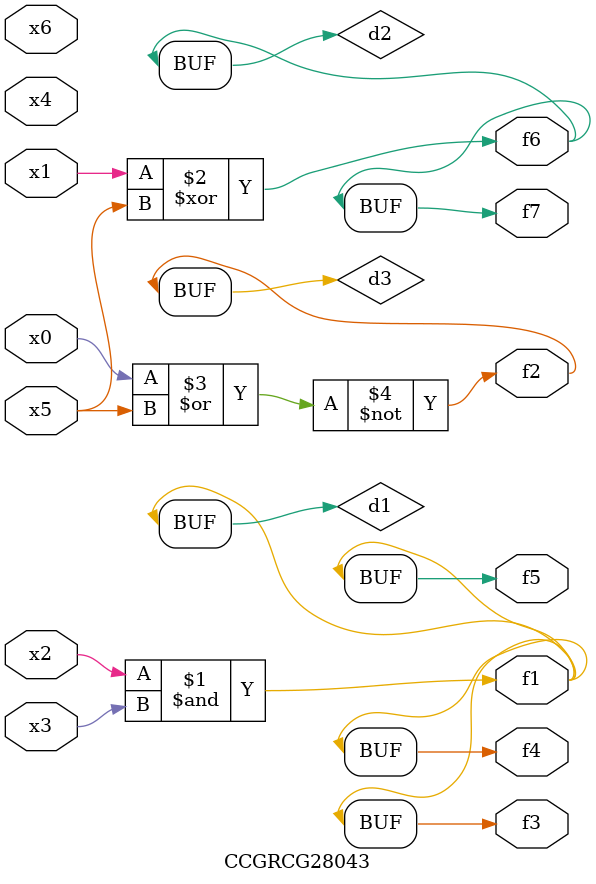
<source format=v>
module CCGRCG28043(
	input x0, x1, x2, x3, x4, x5, x6,
	output f1, f2, f3, f4, f5, f6, f7
);

	wire d1, d2, d3;

	and (d1, x2, x3);
	xor (d2, x1, x5);
	nor (d3, x0, x5);
	assign f1 = d1;
	assign f2 = d3;
	assign f3 = d1;
	assign f4 = d1;
	assign f5 = d1;
	assign f6 = d2;
	assign f7 = d2;
endmodule

</source>
